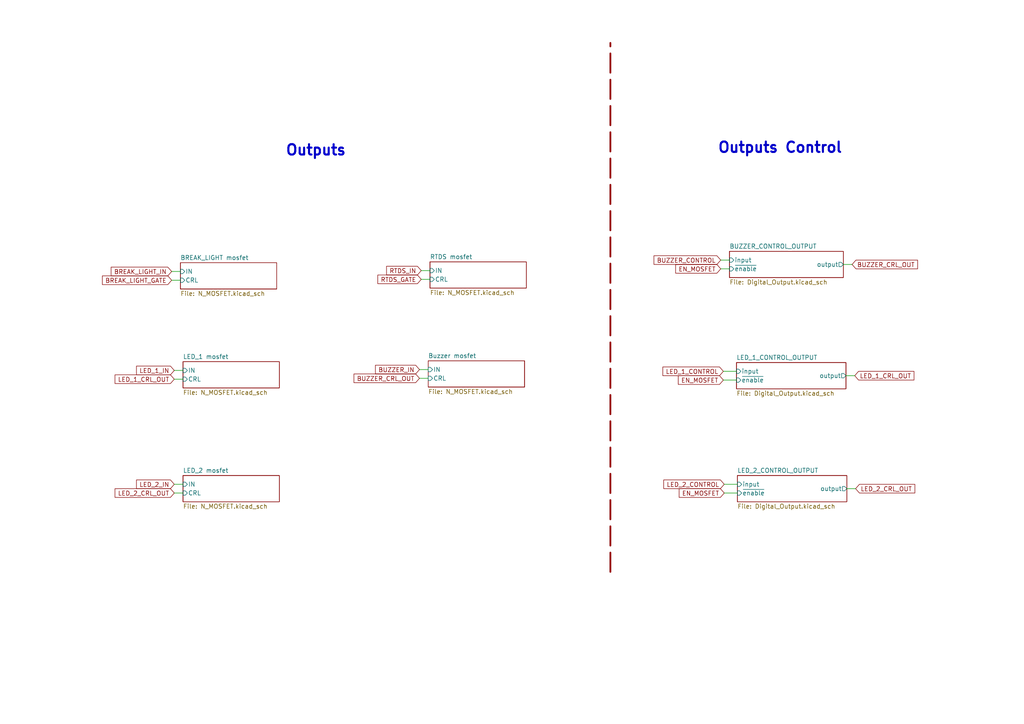
<source format=kicad_sch>
(kicad_sch (version 20211123) (generator eeschema)
  (paper "A4")
  (lib_symbols)
  (wire (pts (xy 213.868 143.002) (xy 210.058 143.002)))
  (wire (pts (xy 247.142 76.708) (xy 244.602 76.708)))
  (wire (pts (xy 213.614 110.236) (xy 209.804 110.236)))
  (wire (pts (xy 213.868 140.462) (xy 210.058 140.462)))
  (wire (pts (xy 50.546 107.442) (xy 53.086 107.442)))
  (wire (pts (xy 50.546 143.002) (xy 53.086 143.002)))
  (wire (pts (xy 122.174 81.026) (xy 124.714 81.026)))
  (polyline (pts (xy 177.038 165.862) (xy 177.038 12.446)) (stroke (width 0.508) (color 132 0 0 1)))
  (wire (pts (xy 213.614 107.696) (xy 209.804 107.696)))
  (wire (pts (xy 247.904 108.966) (xy 245.364 108.966)))
  (wire (pts (xy 211.582 75.438) (xy 209.042 75.438)))
  (wire (pts (xy 211.582 77.978) (xy 209.042 77.978)))
  (wire (pts (xy 121.666 109.728) (xy 124.206 109.728)))
  (wire (pts (xy 49.784 81.28) (xy 52.324 81.28)))
  (wire (pts (xy 50.546 109.982) (xy 53.086 109.982)))
  (wire (pts (xy 50.546 140.462) (xy 53.086 140.462)))
  (wire (pts (xy 49.784 78.74) (xy 52.324 78.74)))
  (wire (pts (xy 248.158 141.732) (xy 245.618 141.732)))
  (wire (pts (xy 122.174 78.486) (xy 124.714 78.486)))
  (wire (pts (xy 121.666 107.188) (xy 124.206 107.188)))
  (text "Outputs" (at 100.584 45.466 180) (effects (font (size 2.9972 2.9972) (thickness 0.5994) bold) (justify right bottom)))
  (text "Outputs Control" (at 208.026 44.704 0) (effects (font (size 2.9972 2.9972) (thickness 0.5994) bold) (justify left bottom)))
  (global_label "LED_1_CRL_OUT" (shape input) (at 247.904 108.966 0) (property "Intersheet References" "${INTERSHEET_REFS}" (effects hide)))
  (global_label "BREAK_LIGHT_IN" (shape input) (at 49.784 78.74 180) (property "Intersheet References" "${INTERSHEET_REFS}" (effects hide)))
  (global_label "EN_MOSFET" (shape input) (at 209.042 77.978 180) (property "Intersheet References" "${INTERSHEET_REFS}" (effects hide)))
  (global_label "BUZZER_CRL_OUT" (shape input) (at 247.142 76.708 0) (property "Intersheet References" "${INTERSHEET_REFS}" (effects hide)))
  (global_label "BREAK_LIGHT_GATE" (shape input) (at 49.784 81.28 180) (property "Intersheet References" "${INTERSHEET_REFS}" (effects hide)))
  (global_label "RTDS_IN" (shape input) (at 122.174 78.486 180) (property "Intersheet References" "${INTERSHEET_REFS}" (effects hide)))
  (global_label "LED_2_CRL_OUT" (shape input) (at 248.158 141.732 0) (property "Intersheet References" "${INTERSHEET_REFS}" (effects hide)))
  (global_label "LED_1_IN" (shape input) (at 50.546 107.442 180) (property "Intersheet References" "${INTERSHEET_REFS}" (effects hide)))
  (global_label "LED_1_CONTROL" (shape input) (at 209.804 107.696 180) (property "Intersheet References" "${INTERSHEET_REFS}" (effects hide)))
  (global_label "LED_2_CONTROL" (shape input) (at 210.058 140.462 180) (property "Intersheet References" "${INTERSHEET_REFS}" (effects hide)))
  (global_label "BUZZER_IN" (shape input) (at 121.666 107.188 180) (property "Intersheet References" "${INTERSHEET_REFS}" (effects hide)))
  (global_label "LED_2_CRL_OUT" (shape input) (at 50.546 143.002 180) (property "Intersheet References" "${INTERSHEET_REFS}" (effects hide)))
  (global_label "RTDS_GATE" (shape input) (at 122.174 81.026 180) (property "Intersheet References" "${INTERSHEET_REFS}" (effects hide)))
  (global_label "EN_MOSFET" (shape input) (at 210.058 143.002 180) (property "Intersheet References" "${INTERSHEET_REFS}" (effects hide)))
  (global_label "EN_MOSFET" (shape input) (at 209.804 110.236 180) (property "Intersheet References" "${INTERSHEET_REFS}" (effects hide)))
  (global_label "BUZZER_CONTROL" (shape input) (at 209.042 75.438 180) (property "Intersheet References" "${INTERSHEET_REFS}" (effects hide)))
  (global_label "LED_2_IN" (shape input) (at 50.546 140.462 180) (property "Intersheet References" "${INTERSHEET_REFS}" (effects hide)))
  (global_label "BUZZER_CRL_OUT" (shape input) (at 121.666 109.728 180) (property "Intersheet References" "${INTERSHEET_REFS}" (effects hide)))
  (global_label "LED_1_CRL_OUT" (shape input) (at 50.546 109.982 180) (property "Intersheet References" "${INTERSHEET_REFS}" (effects hide)))
  (sheet (at 211.582 72.898) (size 33.02 7.62)
    (property "Sheet name" "BUZZER_CONTROL_OUTPUT" (at 211.582 72.1864 0) (effects (justify left bottom)))
    (property "Sheet file" "Digital_Output.kicad_sch" (at 211.582 81.1026 0) (effects (justify left top)))
    (pin "input" input (at 211.582 75.438 180))
    (pin "output" output (at 244.602 76.708 0))
    (pin "~{enable}" input (at 211.582 77.978 180))
  )
  (sheet (at 53.086 104.902) (size 27.94 7.62)
    (property "Sheet name" "LED_1 mosfet" (at 53.086 104.1904 0) (effects (justify left bottom)))
    (property "Sheet file" "N_MOSFET.kicad_sch" (at 53.086 113.1066 0) (effects (justify left top)))
    (pin "IN" input (at 53.086 107.442 180))
    (pin "CRL" input (at 53.086 109.982 180))
  )
  (sheet (at 53.086 137.922) (size 27.94 7.62)
    (property "Sheet name" "LED_2 mosfet" (at 53.086 137.2104 0) (effects (justify left bottom)))
    (property "Sheet file" "N_MOSFET.kicad_sch" (at 53.086 146.1266 0) (effects (justify left top)))
    (pin "IN" input (at 53.086 140.462 180))
    (pin "CRL" input (at 53.086 143.002 180))
  )
  (sheet (at 52.324 76.2) (size 27.94 7.62)
    (property "Sheet name" "BREAK_LIGHT mosfet" (at 52.324 75.4884 0) (effects (justify left bottom)))
    (property "Sheet file" "N_MOSFET.kicad_sch" (at 52.324 84.4046 0) (effects (justify left top)))
    (pin "IN" input (at 52.324 78.74 180))
    (pin "CRL" input (at 52.324 81.28 180))
  )
  (sheet (at 213.868 137.922) (size 31.75 7.62)
    (property "Sheet name" "LED_2_CONTROL_OUTPUT" (at 213.868 137.2104 0) (effects (justify left bottom)))
    (property "Sheet file" "Digital_Output.kicad_sch" (at 213.868 146.1266 0) (effects (justify left top)))
    (pin "input" input (at 213.868 140.462 180))
    (pin "output" output (at 245.618 141.732 0))
    (pin "~{enable}" input (at 213.868 143.002 180))
  )
  (sheet (at 124.206 104.648) (size 27.94 7.62)
    (property "Sheet name" "Buzzer mosfet" (at 124.206 103.9364 0) (effects (justify left bottom)))
    (property "Sheet file" "N_MOSFET.kicad_sch" (at 124.206 112.8526 0) (effects (justify left top)))
    (pin "IN" input (at 124.206 107.188 180))
    (pin "CRL" input (at 124.206 109.728 180))
  )
  (sheet (at 124.714 75.946) (size 27.94 7.62)
    (property "Sheet name" "RTDS mosfet" (at 124.714 75.2344 0) (effects (justify left bottom)))
    (property "Sheet file" "N_MOSFET.kicad_sch" (at 124.714 84.1506 0) (effects (justify left top)))
    (pin "IN" input (at 124.714 78.486 180))
    (pin "CRL" input (at 124.714 81.026 180))
  )
  (sheet (at 213.614 105.156) (size 31.75 7.62)
    (property "Sheet name" "LED_1_CONTROL_OUTPUT" (at 213.614 104.4444 0) (effects (justify left bottom)))
    (property "Sheet file" "Digital_Output.kicad_sch" (at 213.614 113.3606 0) (effects (justify left top)))
    (pin "input" input (at 213.614 107.696 180))
    (pin "output" output (at 245.364 108.966 0))
    (pin "~{enable}" input (at 213.614 110.236 180))
  )
)
</source>
